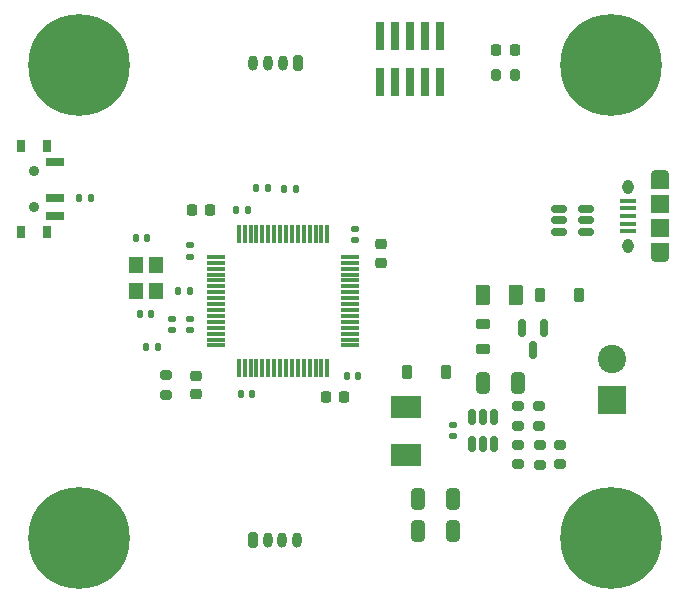
<source format=gbr>
%TF.GenerationSoftware,KiCad,Pcbnew,7.0.2*%
%TF.CreationDate,2023-06-03T12:41:16+05:30*%
%TF.ProjectId,STM32F4 based PCB,53544d33-3246-4342-9062-617365642050,rev?*%
%TF.SameCoordinates,Original*%
%TF.FileFunction,Soldermask,Top*%
%TF.FilePolarity,Negative*%
%FSLAX46Y46*%
G04 Gerber Fmt 4.6, Leading zero omitted, Abs format (unit mm)*
G04 Created by KiCad (PCBNEW 7.0.2) date 2023-06-03 12:41:16*
%MOMM*%
%LPD*%
G01*
G04 APERTURE LIST*
G04 Aperture macros list*
%AMRoundRect*
0 Rectangle with rounded corners*
0 $1 Rounding radius*
0 $2 $3 $4 $5 $6 $7 $8 $9 X,Y pos of 4 corners*
0 Add a 4 corners polygon primitive as box body*
4,1,4,$2,$3,$4,$5,$6,$7,$8,$9,$2,$3,0*
0 Add four circle primitives for the rounded corners*
1,1,$1+$1,$2,$3*
1,1,$1+$1,$4,$5*
1,1,$1+$1,$6,$7*
1,1,$1+$1,$8,$9*
0 Add four rect primitives between the rounded corners*
20,1,$1+$1,$2,$3,$4,$5,0*
20,1,$1+$1,$4,$5,$6,$7,0*
20,1,$1+$1,$6,$7,$8,$9,0*
20,1,$1+$1,$8,$9,$2,$3,0*%
G04 Aperture macros list end*
%ADD10R,0.740000X2.400000*%
%ADD11RoundRect,0.200000X-0.200000X-0.450000X0.200000X-0.450000X0.200000X0.450000X-0.200000X0.450000X0*%
%ADD12O,0.800000X1.300000*%
%ADD13RoundRect,0.150000X0.150000X-0.512500X0.150000X0.512500X-0.150000X0.512500X-0.150000X-0.512500X0*%
%ADD14RoundRect,0.225000X-0.225000X-0.250000X0.225000X-0.250000X0.225000X0.250000X-0.225000X0.250000X0*%
%ADD15R,2.500000X1.900000*%
%ADD16RoundRect,0.200000X0.275000X-0.200000X0.275000X0.200000X-0.275000X0.200000X-0.275000X-0.200000X0*%
%ADD17RoundRect,0.250000X-0.325000X-0.650000X0.325000X-0.650000X0.325000X0.650000X-0.325000X0.650000X0*%
%ADD18RoundRect,0.200000X-0.275000X0.200000X-0.275000X-0.200000X0.275000X-0.200000X0.275000X0.200000X0*%
%ADD19RoundRect,0.135000X0.135000X0.185000X-0.135000X0.185000X-0.135000X-0.185000X0.135000X-0.185000X0*%
%ADD20C,0.900000*%
%ADD21C,8.600000*%
%ADD22RoundRect,0.140000X0.170000X-0.140000X0.170000X0.140000X-0.170000X0.140000X-0.170000X-0.140000X0*%
%ADD23RoundRect,0.140000X-0.140000X-0.170000X0.140000X-0.170000X0.140000X0.170000X-0.140000X0.170000X0*%
%ADD24RoundRect,0.140000X0.140000X0.170000X-0.140000X0.170000X-0.140000X-0.170000X0.140000X-0.170000X0*%
%ADD25RoundRect,0.225000X-0.225000X-0.375000X0.225000X-0.375000X0.225000X0.375000X-0.225000X0.375000X0*%
%ADD26RoundRect,0.075000X-0.700000X-0.075000X0.700000X-0.075000X0.700000X0.075000X-0.700000X0.075000X0*%
%ADD27RoundRect,0.075000X-0.075000X-0.700000X0.075000X-0.700000X0.075000X0.700000X-0.075000X0.700000X0*%
%ADD28RoundRect,0.135000X-0.135000X-0.185000X0.135000X-0.185000X0.135000X0.185000X-0.135000X0.185000X0*%
%ADD29RoundRect,0.225000X0.225000X0.250000X-0.225000X0.250000X-0.225000X-0.250000X0.225000X-0.250000X0*%
%ADD30RoundRect,0.150000X-0.150000X0.587500X-0.150000X-0.587500X0.150000X-0.587500X0.150000X0.587500X0*%
%ADD31RoundRect,0.218750X-0.381250X0.218750X-0.381250X-0.218750X0.381250X-0.218750X0.381250X0.218750X0*%
%ADD32RoundRect,0.218750X0.218750X0.256250X-0.218750X0.256250X-0.218750X-0.256250X0.218750X-0.256250X0*%
%ADD33R,1.350000X0.400000*%
%ADD34O,1.550000X0.890000*%
%ADD35R,1.550000X1.200000*%
%ADD36O,0.950000X1.250000*%
%ADD37R,1.550000X1.500000*%
%ADD38R,2.400000X2.400000*%
%ADD39C,2.400000*%
%ADD40RoundRect,0.147500X-0.147500X-0.172500X0.147500X-0.172500X0.147500X0.172500X-0.147500X0.172500X0*%
%ADD41R,0.800000X1.000000*%
%ADD42R,1.500000X0.700000*%
%ADD43R,1.200000X1.400000*%
%ADD44RoundRect,0.225000X0.250000X-0.225000X0.250000X0.225000X-0.250000X0.225000X-0.250000X-0.225000X0*%
%ADD45RoundRect,0.250000X0.375000X0.625000X-0.375000X0.625000X-0.375000X-0.625000X0.375000X-0.625000X0*%
%ADD46RoundRect,0.150000X0.512500X0.150000X-0.512500X0.150000X-0.512500X-0.150000X0.512500X-0.150000X0*%
%ADD47RoundRect,0.218750X0.256250X-0.218750X0.256250X0.218750X-0.256250X0.218750X-0.256250X-0.218750X0*%
%ADD48RoundRect,0.200000X0.200000X0.450000X-0.200000X0.450000X-0.200000X-0.450000X0.200000X-0.450000X0*%
%ADD49RoundRect,0.200000X0.200000X0.275000X-0.200000X0.275000X-0.200000X-0.275000X0.200000X-0.275000X0*%
G04 APERTURE END LIST*
D10*
%TO.C,J2*%
X124140000Y-53650000D03*
X124140000Y-57550000D03*
X122870000Y-53650000D03*
X122870000Y-57550000D03*
X121600000Y-53650000D03*
X121600000Y-57550000D03*
X120330000Y-53650000D03*
X120330000Y-57550000D03*
X119060000Y-53650000D03*
X119060000Y-57550000D03*
%TD*%
D11*
%TO.C,J4*%
X108325000Y-96400000D03*
D12*
X109575000Y-96400000D03*
X110825000Y-96400000D03*
X112075000Y-96400000D03*
%TD*%
D13*
%TO.C,U2*%
X126850000Y-88242500D03*
X127800000Y-88242500D03*
X128750000Y-88242500D03*
X128750000Y-85967500D03*
X127800000Y-85967500D03*
X126850000Y-85967500D03*
%TD*%
D14*
%TO.C,C1*%
X114475000Y-84250000D03*
X116025000Y-84250000D03*
%TD*%
D15*
%TO.C,L2*%
X121300000Y-85075000D03*
X121300000Y-89175000D03*
%TD*%
D16*
%TO.C,R5*%
X132550000Y-86700000D03*
X132550000Y-85050000D03*
%TD*%
D17*
%TO.C,C13*%
X127825000Y-83105000D03*
X130775000Y-83105000D03*
%TD*%
D18*
%TO.C,R7*%
X132613745Y-88352074D03*
X132613745Y-90002074D03*
%TD*%
D19*
%TO.C,R1*%
X94610000Y-67400000D03*
X93590000Y-67400000D03*
%TD*%
D20*
%TO.C,H1*%
X90385838Y-96180419D03*
X91330419Y-93900000D03*
X91330419Y-98460838D03*
X93610838Y-92955419D03*
D21*
X93610838Y-96180419D03*
D20*
X93610838Y-99405419D03*
X95891257Y-93900000D03*
X95891257Y-98460838D03*
X96835838Y-96180419D03*
%TD*%
D17*
%TO.C,C15*%
X122325000Y-92855000D03*
X125275000Y-92855000D03*
%TD*%
D16*
%TO.C,R6*%
X130800000Y-89950000D03*
X130800000Y-88300000D03*
%TD*%
D17*
%TO.C,C16*%
X122325000Y-95605000D03*
X125275000Y-95605000D03*
%TD*%
D22*
%TO.C,C7*%
X117000000Y-70980000D03*
X117000000Y-70020000D03*
%TD*%
D20*
%TO.C,H4*%
X90385838Y-56160838D03*
X91330419Y-53880419D03*
X91330419Y-58441257D03*
X93610838Y-52935838D03*
D21*
X93610838Y-56160838D03*
D20*
X93610838Y-59385838D03*
X95891257Y-53880419D03*
X95891257Y-58441257D03*
X96835838Y-56160838D03*
%TD*%
D23*
%TO.C,C8*%
X106920000Y-68431221D03*
X107880000Y-68431221D03*
%TD*%
D22*
%TO.C,C9*%
X101486020Y-78578010D03*
X101486020Y-77618010D03*
%TD*%
%TO.C,C10*%
X103000000Y-78570575D03*
X103000000Y-77610575D03*
%TD*%
D24*
%TO.C,C12*%
X99680000Y-77186807D03*
X98720000Y-77186807D03*
%TD*%
D19*
%TO.C,R9*%
X111965741Y-66635107D03*
X110945741Y-66635107D03*
%TD*%
D16*
%TO.C,R3*%
X101000000Y-84075000D03*
X101000000Y-82425000D03*
%TD*%
D25*
%TO.C,D3*%
X132650000Y-75625000D03*
X135950000Y-75625000D03*
%TD*%
D26*
%TO.C,U1*%
X105195000Y-72390000D03*
X105195000Y-72890000D03*
X105195000Y-73390000D03*
X105195000Y-73890000D03*
X105195000Y-74390000D03*
X105195000Y-74890000D03*
X105195000Y-75390000D03*
X105195000Y-75890000D03*
X105195000Y-76390000D03*
X105195000Y-76890000D03*
X105195000Y-77390000D03*
X105195000Y-77890000D03*
X105195000Y-78390000D03*
X105195000Y-78890000D03*
X105195000Y-79390000D03*
X105195000Y-79890000D03*
D27*
X107120000Y-81815000D03*
X107620000Y-81815000D03*
X108120000Y-81815000D03*
X108620000Y-81815000D03*
X109120000Y-81815000D03*
X109620000Y-81815000D03*
X110120000Y-81815000D03*
X110620000Y-81815000D03*
X111120000Y-81815000D03*
X111620000Y-81815000D03*
X112120000Y-81815000D03*
X112620000Y-81815000D03*
X113120000Y-81815000D03*
X113620000Y-81815000D03*
X114120000Y-81815000D03*
X114620000Y-81815000D03*
D26*
X116545000Y-79890000D03*
X116545000Y-79390000D03*
X116545000Y-78890000D03*
X116545000Y-78390000D03*
X116545000Y-77890000D03*
X116545000Y-77390000D03*
X116545000Y-76890000D03*
X116545000Y-76390000D03*
X116545000Y-75890000D03*
X116545000Y-75390000D03*
X116545000Y-74890000D03*
X116545000Y-74390000D03*
X116545000Y-73890000D03*
X116545000Y-73390000D03*
X116545000Y-72890000D03*
X116545000Y-72390000D03*
D27*
X114620000Y-70465000D03*
X114120000Y-70465000D03*
X113620000Y-70465000D03*
X113120000Y-70465000D03*
X112620000Y-70465000D03*
X112120000Y-70465000D03*
X111620000Y-70465000D03*
X111120000Y-70465000D03*
X110620000Y-70465000D03*
X110120000Y-70465000D03*
X109620000Y-70465000D03*
X109120000Y-70465000D03*
X108620000Y-70465000D03*
X108120000Y-70465000D03*
X107620000Y-70465000D03*
X107120000Y-70465000D03*
%TD*%
D28*
%TO.C,R10*%
X108595472Y-66600000D03*
X109615472Y-66600000D03*
%TD*%
D29*
%TO.C,C3*%
X104677604Y-68407425D03*
X103127604Y-68407425D03*
%TD*%
D23*
%TO.C,C11*%
X98420000Y-70800000D03*
X99380000Y-70800000D03*
%TD*%
D22*
%TO.C,C14*%
X125300000Y-87585000D03*
X125300000Y-86625000D03*
%TD*%
D30*
%TO.C,Q1*%
X133000000Y-78437500D03*
X131100000Y-78437500D03*
X132050000Y-80312500D03*
%TD*%
D16*
%TO.C,R8*%
X134300000Y-89950000D03*
X134300000Y-88300000D03*
%TD*%
D31*
%TO.C,FB1*%
X127800000Y-78062500D03*
X127800000Y-80187500D03*
%TD*%
D20*
%TO.C,H3*%
X135455419Y-96180419D03*
X136400000Y-93900000D03*
X136400000Y-98460838D03*
X138680419Y-92955419D03*
D21*
X138680419Y-96180419D03*
D20*
X138680419Y-99405419D03*
X140960838Y-93900000D03*
X140960838Y-98460838D03*
X141905419Y-96180419D03*
%TD*%
D32*
%TO.C,D4*%
X130500000Y-54868750D03*
X128925000Y-54868750D03*
%TD*%
D33*
%TO.C,J5*%
X140100000Y-70238935D03*
X140100000Y-69588935D03*
X140100000Y-68938935D03*
X140100000Y-68288935D03*
X140100000Y-67638935D03*
D34*
X142800000Y-72438935D03*
D35*
X142800000Y-71838935D03*
D36*
X140100000Y-71438935D03*
D37*
X142800000Y-69938935D03*
X142800000Y-67938935D03*
D36*
X140100000Y-66438935D03*
D35*
X142800000Y-66038935D03*
D34*
X142800000Y-65438935D03*
%TD*%
D38*
%TO.C,J1*%
X138700000Y-84550000D03*
D39*
X138700000Y-81050000D03*
%TD*%
D25*
%TO.C,D2*%
X121400000Y-82125000D03*
X124700000Y-82125000D03*
%TD*%
D22*
%TO.C,C4*%
X103000000Y-72379321D03*
X103000000Y-71419321D03*
%TD*%
D18*
%TO.C,R4*%
X130800000Y-85050000D03*
X130800000Y-86700000D03*
%TD*%
D40*
%TO.C,L1*%
X99280000Y-80000000D03*
X100250000Y-80000000D03*
%TD*%
D41*
%TO.C,SW1*%
X90900000Y-63000000D03*
X88690000Y-63000000D03*
D20*
X89790000Y-65150000D03*
X89790000Y-68150000D03*
D41*
X90900000Y-70300000D03*
X88690000Y-70300000D03*
D42*
X91550000Y-64400000D03*
X91550000Y-67400000D03*
X91550000Y-68900000D03*
%TD*%
D24*
%TO.C,C5*%
X108280000Y-84000000D03*
X107320000Y-84000000D03*
%TD*%
D20*
%TO.C,H2*%
X135455419Y-56180419D03*
X136400000Y-53900000D03*
X136400000Y-58460838D03*
X138680419Y-52955419D03*
D21*
X138680419Y-56180419D03*
D20*
X138680419Y-59405419D03*
X140960838Y-53900000D03*
X140960838Y-58460838D03*
X141905419Y-56180419D03*
%TD*%
D43*
%TO.C,Y1*%
X98450000Y-73100000D03*
X98450000Y-75300000D03*
X100150000Y-75300000D03*
X100150000Y-73100000D03*
%TD*%
D44*
%TO.C,C2*%
X119203952Y-72889997D03*
X119203952Y-71339997D03*
%TD*%
D19*
%TO.C,R2*%
X103010000Y-75300000D03*
X101990000Y-75300000D03*
%TD*%
D45*
%TO.C,F1*%
X130600000Y-75625000D03*
X127800000Y-75625000D03*
%TD*%
D23*
%TO.C,C6*%
X116250000Y-82500000D03*
X117210000Y-82500000D03*
%TD*%
D46*
%TO.C,U3*%
X136537500Y-70250000D03*
X136537500Y-69300000D03*
X136537500Y-68350000D03*
X134262500Y-68350000D03*
X134262500Y-69300000D03*
X134262500Y-70250000D03*
%TD*%
D47*
%TO.C,D1*%
X103500000Y-84037500D03*
X103500000Y-82462500D03*
%TD*%
D48*
%TO.C,J3*%
X112117965Y-55949581D03*
D12*
X110867965Y-55949581D03*
X109617965Y-55949581D03*
X108367965Y-55949581D03*
%TD*%
D49*
%TO.C,R11*%
X130537500Y-56968750D03*
X128887500Y-56968750D03*
%TD*%
M02*

</source>
